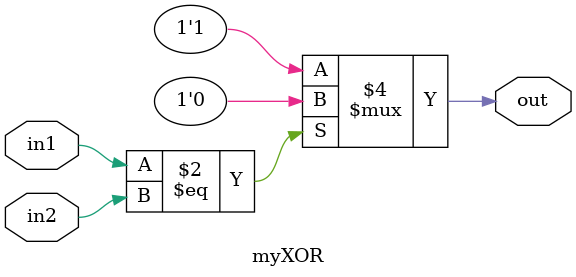
<source format=v>
module myXOR(in1, in2, out);

	input in1, in2;
	output out;
	reg out;
	
	always@(in1, in2) begin
		if(in1 == in2)
			begin
				out = 0;
			end
		else
			begin
				out = 1;
			end
	end

endmodule
</source>
